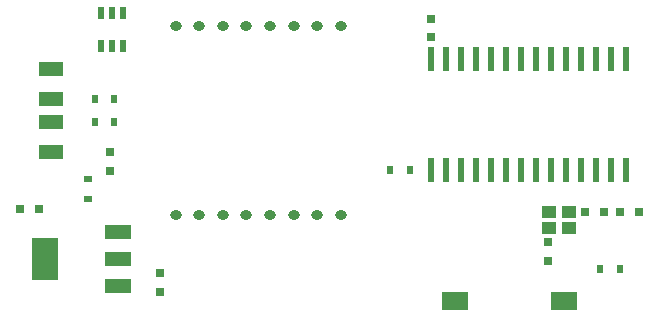
<source format=gtp>
G04*
G04 #@! TF.GenerationSoftware,Altium Limited,Altium Designer,19.1.5 (86)*
G04*
G04 Layer_Color=8421504*
%FSLAX44Y44*%
%MOMM*%
G71*
G01*
G75*
%ADD17R,0.7000X0.7500*%
%ADD18R,0.7500X0.7000*%
%ADD19R,0.6000X0.7500*%
%ADD20R,2.1800X1.6000*%
%ADD21R,0.6000X2.0000*%
%ADD22R,2.2352X1.2192*%
%ADD23R,2.2000X3.6000*%
%ADD24R,1.2000X1.0000*%
%ADD25R,0.6000X1.0000*%
%ADD26O,1.0000X0.8000*%
%ADD27R,2.0000X1.2000*%
%ADD28R,0.7500X0.6000*%
D17*
X43560Y120950D02*
D03*
X27560D02*
D03*
X506350Y118410D02*
D03*
X522350D02*
D03*
X551560D02*
D03*
X535560D02*
D03*
D18*
X146050Y51100D02*
D03*
Y67100D02*
D03*
X474980Y93010D02*
D03*
Y77010D02*
D03*
X104140Y169590D02*
D03*
Y153590D02*
D03*
X375920Y282620D02*
D03*
Y266620D02*
D03*
D19*
X518800Y70150D02*
D03*
X535300D02*
D03*
X357500Y153970D02*
D03*
X341000D02*
D03*
X107310Y194610D02*
D03*
X90810D02*
D03*
X107310Y214770D02*
D03*
X90810D02*
D03*
D20*
X395960Y43480D02*
D03*
X487960D02*
D03*
D21*
X375920Y247960D02*
D03*
X388620D02*
D03*
X401320D02*
D03*
X414020D02*
D03*
X426720D02*
D03*
X439420D02*
D03*
X452120D02*
D03*
X464820D02*
D03*
X477520D02*
D03*
X490220D02*
D03*
X502920D02*
D03*
X515620D02*
D03*
X528320D02*
D03*
X541020D02*
D03*
Y153960D02*
D03*
X528320D02*
D03*
X515620D02*
D03*
X502920D02*
D03*
X490220D02*
D03*
X477520D02*
D03*
X464820D02*
D03*
X452120D02*
D03*
X439420D02*
D03*
X426720D02*
D03*
X414020D02*
D03*
X401320D02*
D03*
X388620D02*
D03*
X375920D02*
D03*
D22*
X110998Y55926D02*
D03*
Y79040D02*
D03*
Y102154D02*
D03*
D23*
X49020Y79040D02*
D03*
D24*
X475370Y118560D02*
D03*
X492370D02*
D03*
Y105560D02*
D03*
X475370D02*
D03*
D25*
X114910Y287100D02*
D03*
X105410D02*
D03*
X95910D02*
D03*
Y259600D02*
D03*
X105410D02*
D03*
X114910D02*
D03*
D26*
X159390Y115890D02*
D03*
X179390D02*
D03*
X199390D02*
D03*
X219320D02*
D03*
X239390D02*
D03*
X259390D02*
D03*
X279390D02*
D03*
X299390D02*
D03*
Y275890D02*
D03*
X279390D02*
D03*
X259390D02*
D03*
X239390D02*
D03*
X219390D02*
D03*
X199390D02*
D03*
X179390D02*
D03*
X159390D02*
D03*
D27*
X53870Y239770D02*
D03*
Y214770D02*
D03*
Y194770D02*
D03*
Y169770D02*
D03*
D28*
X85090Y146350D02*
D03*
Y129850D02*
D03*
M02*

</source>
